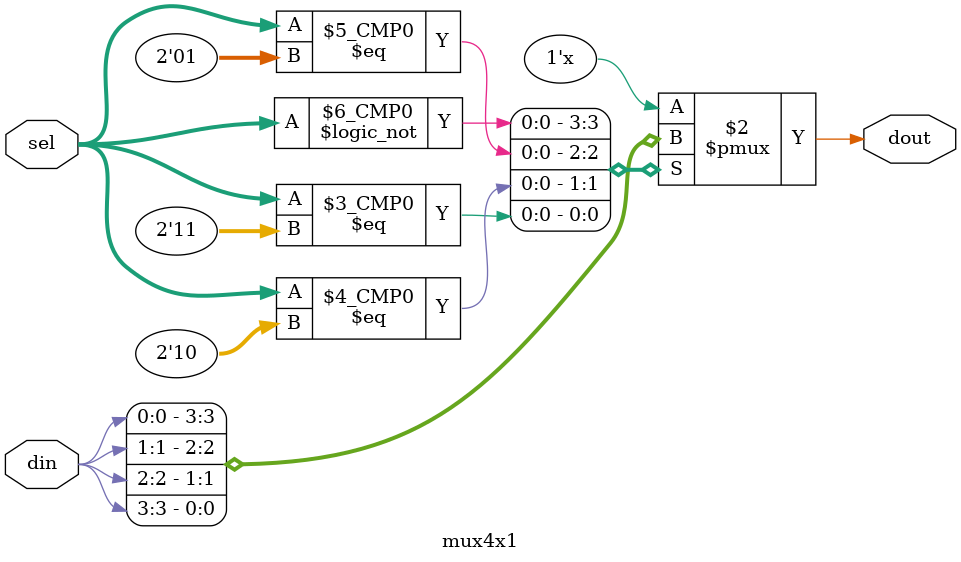
<source format=v>
module mux4x1 (
    input [1:0] sel,
    input [3:0] din,
    output reg dout
);

always @(*) begin
    case(sel)
        2'b00: dout = din[0];
        2'b01: dout = din[1];
        2'b10: dout = din[2];
        2'b11: dout = din[3];
    endcase
end

endmodule
</source>
